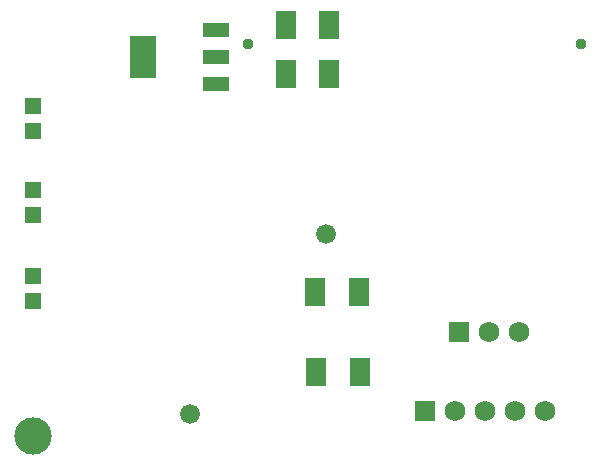
<source format=gts>
G04 Rezonit PCAD EXPORT*
G04 layer position = 2*
G04 layer base position = 2*
G04 layer type = 8*
G04 layer flash color = 10*
G04 layer line color = 11*
G04*
G04  File:            M_RPL_9092_R2.GTS, Wed Nov 08 12:16:35 2023*
G04  Source:          P-CAD 2006 PCB, Version 19.02.958, (S:\Ïðîåêòû\GIT\R_DX_DXE_âçðûâîçàùèùåííûé_ïóëüò\Pcb\Pcad\M_Rpl_9092_r2.pcb)*
G04  Format:          Gerber Format (RS-274-D), ASCII*
G04*
G04  Format Options:  Absolute Positioning*
G04                   Leading-Zero Suppression*
G04                   Scale Factor 1:1*
G04                   NO Circular Interpolation*
G04                   Millimeter Units*
G04                   Numeric Format: 4.4 (XXXX.XXXX)*
G04                   G54 NOT Used for Aperture Change*
G04                   Apertures Embedded*
G04*
G04  File Options:    Offset = (0.000mm,0.000mm)*
G04                   Drill Symbol Size = 0.000mm*
G04                   No Pad/Via Holes*
G04*
G04  File Contents:   Pads*
G04                   No Vias*
G04                   No Designators*
G04                   No Types*
G04                   No Values*
G04                   No Drill Symbols*
G04                   Top Mask*
G04*
%INM_RPL_9092_R2.GTS*%
%ICAS*%
%MOMM*%
G04*
G04  Aperture MACROs for general use --- invoked via D-code assignment *
G04*
G04  General MACRO for flashed round with rotation and/or offset hole *
%AMROTOFFROUND*
1,1,$1,0.0000,0.0000*
1,0,$2,$3,$4*%
G04*
G04  General MACRO for flashed oval (obround) with rotation and/or offset hole *
%AMROTOFFOVAL*
21,1,$1,$2,0.0000,0.0000,$3*
1,1,$4,$5,$6*
1,1,$4,0-$5,0-$6*
1,0,$7,$8,$9*%
G04*
G04  General MACRO for flashed oval (obround) with rotation and no hole *
%AMROTOVALNOHOLE*
21,1,$1,$2,0.0000,0.0000,$3*
1,1,$4,$5,$6*
1,1,$4,0-$5,0-$6*%
G04*
G04  General MACRO for flashed rectangle with rotation and/or offset hole *
%AMROTOFFRECT*
21,1,$1,$2,0.0000,0.0000,$3*
1,0,$4,$5,$6*%
G04*
G04  General MACRO for flashed rectangle with rotation and no hole *
%AMROTRECTNOHOLE*
21,1,$1,$2,0.0000,0.0000,$3*%
G04*
G04  General MACRO for flashed rounded-rectangle *
%AMROUNDRECT*
21,1,$1,$2-$4,0.0000,0.0000,$3*
21,1,$1-$4,$2,0.0000,0.0000,$3*
1,1,$4,$5,$6*
1,1,$4,$7,$8*
1,1,$4,0-$5,0-$6*
1,1,$4,0-$7,0-$8*
1,0,$9,$10,$11*%
G04*
G04  General MACRO for flashed rounded-rectangle with rotation and no hole *
%AMROUNDRECTNOHOLE*
21,1,$1,$2-$4,0.0000,0.0000,$3*
21,1,$1-$4,$2,0.0000,0.0000,$3*
1,1,$4,$5,$6*
1,1,$4,$7,$8*
1,1,$4,0-$5,0-$6*
1,1,$4,0-$7,0-$8*%
G04*
G04  General MACRO for flashed regular polygon *
%AMREGPOLY*
5,1,$1,0.0000,0.0000,$2,$3+$4*
1,0,$5,$6,$7*%
G04*
G04  General MACRO for flashed regular polygon with no hole *
%AMREGPOLYNOHOLE*
5,1,$1,0.0000,0.0000,$2,$3+$4*%
G04*
G04  General MACRO for target *
%AMTARGET*
6,0,0,$1,$2,$3,4,$4,$5,$6*%
G04*
G04  General MACRO for mounting hole *
%AMMTHOLE*
1,1,$1,0,0*
1,0,$2,0,0*
$1=$1-$2*
$1=$1/2*
21,1,$2+$1,$3,0,0,$4*
21,1,$3,$2+$1,0,0,$4*%
G04*
G04*
G04  D10 : "Ellipse X0.001mm Y0.001mm H0.000mm 0.0deg (0.000mm,0.000mm) Draw"*
G04  Disc: OuterDia=0.0010*
%ADD10C, 0.0010*%
G04  D11 : "Ellipse X0.254mm Y0.254mm H0.000mm 0.0deg (0.000mm,0.000mm) Draw"*
G04  Disc: OuterDia=0.2540*
%ADD11C, 0.2540*%
G04  D12 : "Ellipse X0.381mm Y0.381mm H0.000mm 0.0deg (0.000mm,0.000mm) Draw"*
G04  Disc: OuterDia=0.3810*
%ADD12C, 0.3810*%
G04  D13 : "Ellipse X0.400mm Y0.400mm H0.000mm 0.0deg (0.000mm,0.000mm) Draw"*
G04  Disc: OuterDia=0.4000*
%ADD13C, 0.4000*%
G04  D14 : "Ellipse X0.100mm Y0.100mm H0.000mm 0.0deg (0.000mm,0.000mm) Draw"*
G04  Disc: OuterDia=0.1000*
%ADD14C, 0.1000*%
G04  D15 : "Ellipse X1.000mm Y1.000mm H0.000mm 0.0deg (0.000mm,0.000mm) Draw"*
G04  Disc: OuterDia=1.0000*
%ADD15C, 1.0000*%
G04  D16 : "Ellipse X0.127mm Y0.127mm H0.000mm 0.0deg (0.000mm,0.000mm) Draw"*
G04  Disc: OuterDia=0.1270*
%ADD16C, 0.1270*%
G04  D17 : "Ellipse X0.150mm Y0.150mm H0.000mm 0.0deg (0.000mm,0.000mm) Draw"*
G04  Disc: OuterDia=0.1500*
%ADD17C, 0.1500*%
G04  D18 : "Ellipse X0.154mm Y0.154mm H0.000mm 0.0deg (0.000mm,0.000mm) Draw"*
G04  Disc: OuterDia=0.1540*
%ADD18C, 0.1540*%
G04  D19 : "Ellipse X0.200mm Y0.200mm H0.000mm 0.0deg (0.000mm,0.000mm) Draw"*
G04  Disc: OuterDia=0.2000*
%ADD19C, 0.2000*%
G04  D20 : "Ellipse X0.250mm Y0.250mm H0.000mm 0.0deg (0.000mm,0.000mm) Draw"*
G04  Disc: OuterDia=0.2500*
%ADD20C, 0.2500*%
G04  D21 : "Ellipse X3.152mm Y3.152mm H0.000mm 0.0deg (0.000mm,0.000mm) Flash"*
G04  Disc: OuterDia=3.1520*
%ADD21C, 3.1520*%
G04  D22 : "Ellipse X0.952mm Y0.952mm H0.000mm 0.0deg (0.000mm,0.000mm) Flash"*
G04  Disc: OuterDia=0.9520*
%ADD22C, 0.9520*%
G04  D23 : "Ellipse X1.524mm Y1.524mm H0.000mm 0.0deg (0.000mm,0.000mm) Flash"*
G04  Disc: OuterDia=1.5240*
%ADD23C, 1.5240*%
G04  D24 : "Ellipse X1.600mm Y1.600mm H0.000mm 0.0deg (0.000mm,0.000mm) Flash"*
G04  Disc: OuterDia=1.6000*
%ADD24C, 1.6000*%
G04  D25 : "Ellipse X1.676mm Y1.676mm H0.000mm 0.0deg (0.000mm,0.000mm) Flash"*
G04  Disc: OuterDia=1.6760*
%ADD25C, 1.6760*%
G04  D26 : "Ellipse X1.752mm Y1.752mm H0.000mm 0.0deg (0.000mm,0.000mm) Flash"*
G04  Disc: OuterDia=1.7520*
%ADD26C, 1.7520*%
G04  D27 : "Mounting Hole X3.000mm Y3.000mm H0.000mm 0.0deg (0.000mm,0.000mm) Flash"*
G04  Mounting Hole: Diameter=3.0000, Rotation=0.0, LineWidth=0.1270 *
%ADD27MTHOLE, 3.0000 X2.4920 X0.1270 X0.0*%
G04  D28 : "Mounting Hole X0.800mm Y0.800mm H0.000mm 0.0deg (0.000mm,0.000mm) Flash"*
G04  Mounting Hole: Diameter=0.8000, Rotation=0.0, LineWidth=0.1270 *
%ADD28MTHOLE, 0.8000 X0.2920 X0.1270 X0.0*%
G04  D29 : "Oval X0.500mm Y2.600mm H0.000mm 0.0deg (0.000mm,0.000mm) Flash"*
G04  Obround: DimX=0.5000, DimY=2.6000, Rotation=0.0, OffsetX=0.0000, OffsetY=0.0000, HoleDia=0.0000 *
%ADD29O, 0.5000 X2.6000*%
G04  D30 : "Oval X0.652mm Y2.752mm H0.000mm 0.0deg (0.000mm,0.000mm) Flash"*
G04  Obround: DimX=0.6520, DimY=2.7520, Rotation=0.0, OffsetX=0.0000, OffsetY=0.0000, HoleDia=0.0000 *
%ADD30O, 0.6520 X2.7520*%
G04  D31 : "Oval X0.280mm Y1.000mm H0.000mm 135.0deg (0.000mm,0.000mm) Flash"*
G04  Obround: DimX=0.2800, DimY=1.0000, Rotation=135.0, OffsetX=0.0000, OffsetY=0.0000, HoleDia=0.0000 *
%ADD31ROTOVALNOHOLE, 0.2800 X0.7200 X135.0 X0.2800 X0.2546 X0.2546*%
G04  D32 : "Oval X0.280mm Y1.000mm H0.000mm 225.0deg (0.000mm,0.000mm) Flash"*
G04  Obround: DimX=0.2800, DimY=1.0000, Rotation=225.0, OffsetX=0.0000, OffsetY=0.0000, HoleDia=0.0000 *
%ADD32ROTOVALNOHOLE, 0.2800 X0.7200 X225.0 X0.2800 X-0.2546 X0.2546*%
G04  D33 : "Oval X0.432mm Y1.152mm H0.000mm 135.0deg (0.000mm,0.000mm) Flash"*
G04  Obround: DimX=0.4320, DimY=1.1520, Rotation=135.0, OffsetX=0.0000, OffsetY=0.0000, HoleDia=0.0000 *
%ADD33ROTOVALNOHOLE, 0.4320 X0.7200 X135.0 X0.4320 X0.2546 X0.2546*%
G04  D34 : "Oval X0.432mm Y1.152mm H0.000mm 225.0deg (0.000mm,0.000mm) Flash"*
G04  Obround: DimX=0.4320, DimY=1.1520, Rotation=225.0, OffsetX=0.0000, OffsetY=0.0000, HoleDia=0.0000 *
%ADD34ROTOVALNOHOLE, 0.4320 X0.7200 X225.0 X0.4320 X-0.2546 X0.2546*%
G04  D35 : "Oval X2.032mm Y0.660mm H0.000mm 0.0deg (0.000mm,0.000mm) Flash"*
G04  Obround: DimX=2.0320, DimY=0.6604, Rotation=0.0, OffsetX=0.0000, OffsetY=0.0000, HoleDia=0.0000 *
%ADD35O, 2.0320 X0.6604*%
G04  D36 : "Oval X0.660mm Y2.032mm H0.000mm 0.0deg (0.000mm,0.000mm) Flash"*
G04  Obround: DimX=0.6604, DimY=2.0320, Rotation=0.0, OffsetX=0.0000, OffsetY=0.0000, HoleDia=0.0000 *
%ADD36O, 0.6604 X2.0320*%
G04  D37 : "Oval X2.184mm Y0.812mm H0.000mm 0.0deg (0.000mm,0.000mm) Flash"*
G04  Obround: DimX=2.1840, DimY=0.8124, Rotation=0.0, OffsetX=0.0000, OffsetY=0.0000, HoleDia=0.0000 *
%ADD37O, 2.1840 X0.8124*%
G04  D38 : "Oval X0.812mm Y2.184mm H0.000mm 0.0deg (0.000mm,0.000mm) Flash"*
G04  Obround: DimX=0.8124, DimY=2.1840, Rotation=0.0, OffsetX=0.0000, OffsetY=0.0000, HoleDia=0.0000 *
%ADD38O, 0.8124 X2.1840*%
G04  D39 : "Rounded Rectangle X3.200mm Y3.200mm H0.000mm 225.0deg (0.000mm,0.000mm) Flash"*
G04  RoundRct: DimX=3.2000, DimY=3.2000, CornerRad=0.8000, Rotation=225.0, OffsetX=0.0000, OffsetY=0.0000, HoleDia=0.0000 *
%ADD39ROUNDRECTNOHOLE, 3.2000 X3.2000 X225.0 X1.6000 X0.0000 X1.1314 X1.1314 X-0.0000*%
G04  D40 : "Rounded Rectangle X3.352mm Y3.352mm H0.000mm 225.0deg (0.000mm,0.000mm) Flash"*
G04  RoundRct: DimX=3.3520, DimY=3.3520, CornerRad=0.8380, Rotation=225.0, OffsetX=0.0000, OffsetY=0.0000, HoleDia=0.0000 *
%ADD40ROUNDRECTNOHOLE, 3.3520 X3.3520 X225.0 X1.6760 X0.0000 X1.1851 X1.1851 X-0.0000*%
G04  D41 : "Rounded Rectangle X1.500mm Y0.660mm H0.000mm 0.0deg (0.000mm,0.000mm) Flash"*
G04  RoundRct: DimX=1.5000, DimY=0.6604, CornerRad=0.1651, Rotation=0.0, OffsetX=0.0000, OffsetY=0.0000, HoleDia=0.0000 *
%ADD41ROUNDRECTNOHOLE, 1.5000 X0.6604 X0.0 X0.3302 X-0.5849 X-0.1651 X-0.5849 X0.1651*%
G04  D42 : "Rounded Rectangle X1.652mm Y0.812mm H0.000mm 0.0deg (0.000mm,0.000mm) Flash"*
G04  RoundRct: DimX=1.6520, DimY=0.8124, CornerRad=0.2031, Rotation=0.0, OffsetX=0.0000, OffsetY=0.0000, HoleDia=0.0000 *
%ADD42ROUNDRECTNOHOLE, 1.6520 X0.8124 X0.0 X0.4062 X-0.6229 X-0.2031 X-0.6229 X0.2031*%
G04  D43 : "Rectangle X0.500mm Y2.600mm H0.000mm 0.0deg (0.000mm,0.000mm) Flash"*
G04  Rectangular: DimX=0.5000, DimY=2.6000, Rotation=0.0, OffsetX=0.0000, OffsetY=0.0000, HoleDia=0.0000 *
%ADD43R, 0.5000 X2.6000*%
G04  D44 : "Rectangle X0.652mm Y2.752mm H0.000mm 0.0deg (0.000mm,0.000mm) Flash"*
G04  Rectangular: DimX=0.6520, DimY=2.7520, Rotation=0.0, OffsetX=0.0000, OffsetY=0.0000, HoleDia=0.0000 *
%ADD44R, 0.6520 X2.7520*%
G04  D45 : "Rectangle X0.280mm Y1.000mm H0.000mm 225.0deg (0.000mm,0.000mm) Flash"*
G04  Rectangular: DimX=0.2800, DimY=1.0000, Rotation=225.0, OffsetX=0.0000, OffsetY=0.0000, HoleDia=0.0000 *
%ADD45ROTRECTNOHOLE, 0.2800 X1.0000 X225.0*%
G04  D46 : "Rectangle X2.150mm Y3.500mm H0.000mm 0.0deg (0.000mm,0.000mm) Flash"*
G04  Rectangular: DimX=2.1500, DimY=3.5000, Rotation=0.0, OffsetX=0.0000, OffsetY=0.0000, HoleDia=0.0000 *
%ADD46R, 2.1500 X3.5000*%
G04  D47 : "Rectangle X2.302mm Y3.652mm H0.000mm 0.0deg (0.000mm,0.000mm) Flash"*
G04  Rectangular: DimX=2.3020, DimY=3.6520, Rotation=0.0, OffsetX=0.0000, OffsetY=0.0000, HoleDia=0.0000 *
%ADD47R, 2.3020 X3.6520*%
G04  D48 : "Rectangle X0.402mm Y1.752mm H0.000mm 0.0deg (0.000mm,0.000mm) Flash"*
G04  Rectangular: DimX=0.4020, DimY=1.7520, Rotation=0.0, OffsetX=0.0000, OffsetY=0.0000, HoleDia=0.0000 *
%ADD48R, 0.4020 X1.7520*%
G04  D49 : "Rectangle X1.752mm Y0.402mm H0.000mm 0.0deg (0.000mm,0.000mm) Flash"*
G04  Rectangular: DimX=1.7520, DimY=0.4020, Rotation=0.0, OffsetX=0.0000, OffsetY=0.0000, HoleDia=0.0000 *
%ADD49R, 1.7520 X0.4020*%
G04  D50 : "Rectangle X0.432mm Y1.152mm H0.000mm 225.0deg (0.000mm,0.000mm) Flash"*
G04  Rectangular: DimX=0.4320, DimY=1.1520, Rotation=225.0, OffsetX=0.0000, OffsetY=0.0000, HoleDia=0.0000 *
%ADD50ROTRECTNOHOLE, 0.4320 X1.1520 X225.0*%
G04  D51 : "Rectangle X1.100mm Y4.600mm H0.000mm 0.0deg (0.000mm,0.000mm) Flash"*
G04  Rectangular: DimX=1.1000, DimY=4.6000, Rotation=0.0, OffsetX=0.0000, OffsetY=0.0000, HoleDia=0.0000 *
%ADD51R, 1.1000 X4.6000*%
G04  D52 : "Rectangle X1.252mm Y4.752mm H0.000mm 0.0deg (0.000mm,0.000mm) Flash"*
G04  Rectangular: DimX=1.2520, DimY=4.7520, Rotation=0.0, OffsetX=0.0000, OffsetY=0.0000, HoleDia=0.0000 *
%ADD52R, 1.2520 X4.7520*%
G04  D53 : "Rectangle X1.100mm Y1.200mm H0.000mm 0.0deg (0.000mm,0.000mm) Flash"*
G04  Rectangular: DimX=1.1000, DimY=1.2000, Rotation=0.0, OffsetX=0.0000, OffsetY=0.0000, HoleDia=0.0000 *
%ADD53R, 1.1000 X1.2000*%
G04  D54 : "Rectangle X1.200mm Y1.100mm H0.000mm 0.0deg (0.000mm,0.000mm) Flash"*
G04  Rectangular: DimX=1.2000, DimY=1.1000, Rotation=0.0, OffsetX=0.0000, OffsetY=0.0000, HoleDia=0.0000 *
%ADD54R, 1.2000 X1.1000*%
G04  D55 : "Rectangle X2.150mm Y1.100mm H0.000mm 0.0deg (0.000mm,0.000mm) Flash"*
G04  Rectangular: DimX=2.1500, DimY=1.1000, Rotation=0.0, OffsetX=0.0000, OffsetY=0.0000, HoleDia=0.0000 *
%ADD55R, 2.1500 X1.1000*%
G04  D56 : "Rectangle X2.150mm Y1.100mm H0.000mm 0.0deg (0.000mm,0.000mm) Flash"*
G04  Rectangular: DimX=2.1500, DimY=1.1000, Rotation=0.0, OffsetX=0.0000, OffsetY=0.0000, HoleDia=0.0000 *
%ADD56R, 2.1500 X1.1000*%
G04  D57 : "Rectangle X1.200mm Y1.200mm H0.000mm 0.0deg (0.000mm,0.000mm) Flash"*
G04  Square: Side=1.2000, Rotation=0.0, OffsetX=0.0000, OffsetY=0.0000, HoleDia=0.0000*
%ADD57R, 1.2000 X1.2000*%
G04  D58 : "Rectangle X1.252mm Y1.352mm H0.000mm 0.0deg (0.000mm,0.000mm) Flash"*
G04  Rectangular: DimX=1.2520, DimY=1.3520, Rotation=0.0, OffsetX=0.0000, OffsetY=0.0000, HoleDia=0.0000 *
%ADD58R, 1.2520 X1.3520*%
G04  D59 : "Rectangle X1.352mm Y1.252mm H0.000mm 0.0deg (0.000mm,0.000mm) Flash"*
G04  Rectangular: DimX=1.3520, DimY=1.2520, Rotation=0.0, OffsetX=0.0000, OffsetY=0.0000, HoleDia=0.0000 *
%ADD59R, 1.3520 X1.2520*%
G04  D60 : "Rectangle X2.302mm Y1.252mm H0.000mm 0.0deg (0.000mm,0.000mm) Flash"*
G04  Rectangular: DimX=2.3020, DimY=1.2520, Rotation=0.0, OffsetX=0.0000, OffsetY=0.0000, HoleDia=0.0000 *
%ADD60R, 2.3020 X1.2520*%
G04  D61 : "Rectangle X2.302mm Y1.252mm H0.000mm 0.0deg (0.000mm,0.000mm) Flash"*
G04  Rectangular: DimX=2.3020, DimY=1.2520, Rotation=0.0, OffsetX=0.0000, OffsetY=0.0000, HoleDia=0.0000 *
%ADD61R, 2.3020 X1.2520*%
G04  D62 : "Rectangle X1.352mm Y1.352mm H0.000mm 0.0deg (0.000mm,0.000mm) Flash"*
G04  Square: Side=1.3520, Rotation=0.0, OffsetX=0.0000, OffsetY=0.0000, HoleDia=0.0000*
%ADD62R, 1.3520 X1.3520*%
G04  D63 : "Rectangle X1.500mm Y0.660mm H0.000mm 0.0deg (0.000mm,0.000mm) Flash"*
G04  Rectangular: DimX=1.5000, DimY=0.6604, Rotation=0.0, OffsetX=0.0000, OffsetY=0.0000, HoleDia=0.0000 *
%ADD63R, 1.5000 X0.6604*%
G04  D64 : "Rectangle X1.600mm Y1.600mm H0.000mm 0.0deg (0.000mm,0.000mm) Flash"*
G04  Square: Side=1.6000, Rotation=0.0, OffsetX=0.0000, OffsetY=0.0000, HoleDia=0.0000*
%ADD64R, 1.6000 X1.6000*%
G04  D65 : "Rectangle X1.652mm Y0.812mm H0.000mm 0.0deg (0.000mm,0.000mm) Flash"*
G04  Rectangular: DimX=1.6520, DimY=0.8124, Rotation=0.0, OffsetX=0.0000, OffsetY=0.0000, HoleDia=0.0000 *
%ADD65R, 1.6520 X0.8124*%
G04  D66 : "Rectangle X1.752mm Y1.752mm H0.000mm 0.0deg (0.000mm,0.000mm) Flash"*
G04  Square: Side=1.7520, Rotation=0.0, OffsetX=0.0000, OffsetY=0.0000, HoleDia=0.0000*
%ADD66R, 1.7520 X1.7520*%
G04  D67 : "Rectangle X2.032mm Y0.660mm H0.000mm 0.0deg (0.000mm,0.000mm) Flash"*
G04  Rectangular: DimX=2.0320, DimY=0.6604, Rotation=0.0, OffsetX=0.0000, OffsetY=0.0000, HoleDia=0.0000 *
%ADD67R, 2.0320 X0.6604*%
G04  D68 : "Rectangle X0.660mm Y2.032mm H0.000mm 0.0deg (0.000mm,0.000mm) Flash"*
G04  Rectangular: DimX=0.6604, DimY=2.0320, Rotation=0.0, OffsetX=0.0000, OffsetY=0.0000, HoleDia=0.0000 *
%ADD68R, 0.6604 X2.0320*%
G04  D69 : "Rectangle X2.184mm Y0.812mm H0.000mm 0.0deg (0.000mm,0.000mm) Flash"*
G04  Rectangular: DimX=2.1840, DimY=0.8124, Rotation=0.0, OffsetX=0.0000, OffsetY=0.0000, HoleDia=0.0000 *
%ADD69R, 2.1840 X0.8124*%
G04  D70 : "Rectangle X0.812mm Y2.184mm H0.000mm 0.0deg (0.000mm,0.000mm) Flash"*
G04  Rectangular: DimX=0.8124, DimY=2.1840, Rotation=0.0, OffsetX=0.0000, OffsetY=0.0000, HoleDia=0.0000 *
%ADD70R, 0.8124 X2.1840*%
G04  D71 : "Rectangle X1.600mm Y2.200mm H0.000mm 0.0deg (0.000mm,0.000mm) Flash"*
G04  Rectangular: DimX=1.6000, DimY=2.2000, Rotation=0.0, OffsetX=0.0000, OffsetY=0.0000, HoleDia=0.0000 *
%ADD71R, 1.6000 X2.2000*%
G04  D72 : "Rectangle X0.250mm Y1.600mm H0.000mm 0.0deg (0.000mm,0.000mm) Flash"*
G04  Rectangular: DimX=0.2500, DimY=1.6000, Rotation=0.0, OffsetX=0.0000, OffsetY=0.0000, HoleDia=0.0000 *
%ADD72R, 0.2500 X1.6000*%
G04  D73 : "Rectangle X1.600mm Y0.250mm H0.000mm 0.0deg (0.000mm,0.000mm) Flash"*
G04  Rectangular: DimX=1.6000, DimY=0.2500, Rotation=0.0, OffsetX=0.0000, OffsetY=0.0000, HoleDia=0.0000 *
%ADD73R, 1.6000 X0.2500*%
G04  D74 : "Rectangle X1.800mm Y2.400mm H0.000mm 0.0deg (0.000mm,0.000mm) Flash"*
G04  Rectangular: DimX=1.8000, DimY=2.4000, Rotation=0.0, OffsetX=0.0000, OffsetY=0.0000, HoleDia=0.0000 *
%ADD74R, 1.8000 X2.4000*%
G04  D75 : "Ellipse X1.000mm Y1.000mm H0.000mm 0.0deg (0.000mm,0.000mm) Flash"*
G04  Disc: OuterDia=1.0000*
%ADD75C, 1.0000*%
G04  D76 : "Ellipse X1.152mm Y1.152mm H0.000mm 0.0deg (0.000mm,0.000mm) Flash"*
G04  Disc: OuterDia=1.1520*
%ADD76C, 1.1520*%
G04*
%FSLAX44Y44*%
%SFA1B1*%
%OFA0.000B0.000*%
G04*
G71*
G90*
G01*
D2*
%LNTop Mask*%
D21*
X6654000Y10154000D3*
D25*
X6902000Y10325000D3*
D62*
X6654000Y10268500D3*
Y10289500D3*
Y10341500D3*
Y10362500D3*
Y10412500D3*
Y10433500D3*
D25*
X6787000Y10173000D3*
D74*
X6868000Y10461000D3*
X6904800D3*
X6930000Y10276000D3*
X6893200D3*
X6930500Y10208500D3*
X6893700D3*
X6868000Y10502000D3*
X6904800D3*
D26*
X7087600Y10175000D3*
X7062200D3*
X7011400D3*
D66*
X6986000D3*
D26*
X7036800D3*
X7065647Y10241980D3*
D66*
X7014847D3*
D26*
X7040247D3*
D60*
X6809000Y10452000D3*
D61*
Y10475000D3*
D60*
Y10498000D3*
D47*
X6747000Y10475000D3*
D22*
X6836000Y10486400D3*
X7118000D3*
D02M02*

</source>
